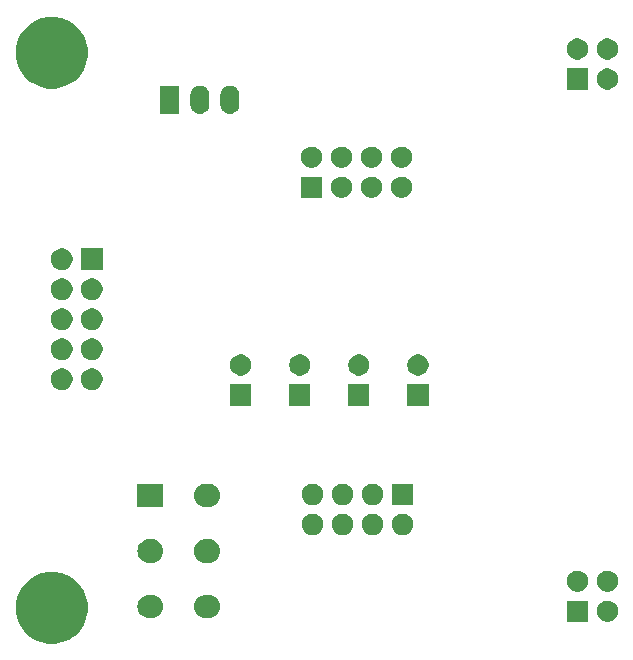
<source format=gbr>
G04 #@! TF.GenerationSoftware,KiCad,Pcbnew,(5.1.5-0-10_14)*
G04 #@! TF.CreationDate,2020-09-28T20:16:59+02:00*
G04 #@! TF.ProjectId,max_power,6d61785f-706f-4776-9572-2e6b69636164,rev?*
G04 #@! TF.SameCoordinates,Original*
G04 #@! TF.FileFunction,Soldermask,Bot*
G04 #@! TF.FilePolarity,Negative*
%FSLAX46Y46*%
G04 Gerber Fmt 4.6, Leading zero omitted, Abs format (unit mm)*
G04 Created by KiCad (PCBNEW (5.1.5-0-10_14)) date 2020-09-28 20:16:59*
%MOMM*%
%LPD*%
G04 APERTURE LIST*
%ADD10C,0.100000*%
G04 APERTURE END LIST*
D10*
G36*
X37889943Y-83066248D02*
G01*
X38445189Y-83296238D01*
X38693347Y-83462052D01*
X38944899Y-83630134D01*
X39369866Y-84055101D01*
X39518440Y-84277458D01*
X39703762Y-84554811D01*
X39933752Y-85110057D01*
X40051000Y-85699501D01*
X40051000Y-86300499D01*
X39933752Y-86889943D01*
X39703762Y-87445189D01*
X39703761Y-87445190D01*
X39369866Y-87944899D01*
X38944899Y-88369866D01*
X38804573Y-88463629D01*
X38445189Y-88703762D01*
X37889943Y-88933752D01*
X37300499Y-89051000D01*
X36699501Y-89051000D01*
X36110057Y-88933752D01*
X35554811Y-88703762D01*
X35195427Y-88463629D01*
X35055101Y-88369866D01*
X34630134Y-87944899D01*
X34296239Y-87445190D01*
X34296238Y-87445189D01*
X34066248Y-86889943D01*
X33949000Y-86300499D01*
X33949000Y-85699501D01*
X34066248Y-85110057D01*
X34296238Y-84554811D01*
X34481560Y-84277458D01*
X34630134Y-84055101D01*
X35055101Y-83630134D01*
X35306653Y-83462052D01*
X35554811Y-83296238D01*
X36110057Y-83066248D01*
X36699501Y-82949000D01*
X37300499Y-82949000D01*
X37889943Y-83066248D01*
G37*
G36*
X84153512Y-85403927D02*
G01*
X84302812Y-85433624D01*
X84466784Y-85501544D01*
X84614354Y-85600147D01*
X84739853Y-85725646D01*
X84838456Y-85873216D01*
X84906376Y-86037188D01*
X84941000Y-86211259D01*
X84941000Y-86388741D01*
X84906376Y-86562812D01*
X84838456Y-86726784D01*
X84739853Y-86874354D01*
X84614354Y-86999853D01*
X84466784Y-87098456D01*
X84302812Y-87166376D01*
X84153512Y-87196073D01*
X84128742Y-87201000D01*
X83951258Y-87201000D01*
X83926488Y-87196073D01*
X83777188Y-87166376D01*
X83613216Y-87098456D01*
X83465646Y-86999853D01*
X83340147Y-86874354D01*
X83241544Y-86726784D01*
X83173624Y-86562812D01*
X83139000Y-86388741D01*
X83139000Y-86211259D01*
X83173624Y-86037188D01*
X83241544Y-85873216D01*
X83340147Y-85725646D01*
X83465646Y-85600147D01*
X83613216Y-85501544D01*
X83777188Y-85433624D01*
X83926488Y-85403927D01*
X83951258Y-85399000D01*
X84128742Y-85399000D01*
X84153512Y-85403927D01*
G37*
G36*
X82401000Y-87201000D02*
G01*
X80599000Y-87201000D01*
X80599000Y-85399000D01*
X82401000Y-85399000D01*
X82401000Y-87201000D01*
G37*
G36*
X50446228Y-84913483D02*
G01*
X50634922Y-84970723D01*
X50808815Y-85063671D01*
X50961239Y-85188761D01*
X51086329Y-85341185D01*
X51179277Y-85515078D01*
X51236517Y-85703772D01*
X51255843Y-85900000D01*
X51236517Y-86096228D01*
X51179277Y-86284922D01*
X51086329Y-86458815D01*
X50961239Y-86611239D01*
X50808815Y-86736329D01*
X50634922Y-86829277D01*
X50446228Y-86886517D01*
X50299175Y-86901000D01*
X50000825Y-86901000D01*
X49853772Y-86886517D01*
X49665078Y-86829277D01*
X49491185Y-86736329D01*
X49338761Y-86611239D01*
X49213671Y-86458815D01*
X49120723Y-86284922D01*
X49063483Y-86096228D01*
X49044157Y-85900000D01*
X49063483Y-85703772D01*
X49120723Y-85515078D01*
X49213671Y-85341185D01*
X49338761Y-85188761D01*
X49491185Y-85063671D01*
X49665078Y-84970723D01*
X49853772Y-84913483D01*
X50000825Y-84899000D01*
X50299175Y-84899000D01*
X50446228Y-84913483D01*
G37*
G36*
X45646228Y-84913483D02*
G01*
X45834922Y-84970723D01*
X46008815Y-85063671D01*
X46161239Y-85188761D01*
X46286329Y-85341185D01*
X46379277Y-85515078D01*
X46436517Y-85703772D01*
X46455843Y-85900000D01*
X46436517Y-86096228D01*
X46379277Y-86284922D01*
X46286329Y-86458815D01*
X46161239Y-86611239D01*
X46008815Y-86736329D01*
X45834922Y-86829277D01*
X45646228Y-86886517D01*
X45499175Y-86901000D01*
X45200825Y-86901000D01*
X45053772Y-86886517D01*
X44865078Y-86829277D01*
X44691185Y-86736329D01*
X44538761Y-86611239D01*
X44413671Y-86458815D01*
X44320723Y-86284922D01*
X44263483Y-86096228D01*
X44244157Y-85900000D01*
X44263483Y-85703772D01*
X44320723Y-85515078D01*
X44413671Y-85341185D01*
X44538761Y-85188761D01*
X44691185Y-85063671D01*
X44865078Y-84970723D01*
X45053772Y-84913483D01*
X45200825Y-84899000D01*
X45499175Y-84899000D01*
X45646228Y-84913483D01*
G37*
G36*
X84153512Y-82863927D02*
G01*
X84302812Y-82893624D01*
X84466784Y-82961544D01*
X84614354Y-83060147D01*
X84739853Y-83185646D01*
X84838456Y-83333216D01*
X84906376Y-83497188D01*
X84941000Y-83671259D01*
X84941000Y-83848741D01*
X84906376Y-84022812D01*
X84838456Y-84186784D01*
X84739853Y-84334354D01*
X84614354Y-84459853D01*
X84466784Y-84558456D01*
X84302812Y-84626376D01*
X84153512Y-84656073D01*
X84128742Y-84661000D01*
X83951258Y-84661000D01*
X83926488Y-84656073D01*
X83777188Y-84626376D01*
X83613216Y-84558456D01*
X83465646Y-84459853D01*
X83340147Y-84334354D01*
X83241544Y-84186784D01*
X83173624Y-84022812D01*
X83139000Y-83848741D01*
X83139000Y-83671259D01*
X83173624Y-83497188D01*
X83241544Y-83333216D01*
X83340147Y-83185646D01*
X83465646Y-83060147D01*
X83613216Y-82961544D01*
X83777188Y-82893624D01*
X83926488Y-82863927D01*
X83951258Y-82859000D01*
X84128742Y-82859000D01*
X84153512Y-82863927D01*
G37*
G36*
X81613512Y-82863927D02*
G01*
X81762812Y-82893624D01*
X81926784Y-82961544D01*
X82074354Y-83060147D01*
X82199853Y-83185646D01*
X82298456Y-83333216D01*
X82366376Y-83497188D01*
X82401000Y-83671259D01*
X82401000Y-83848741D01*
X82366376Y-84022812D01*
X82298456Y-84186784D01*
X82199853Y-84334354D01*
X82074354Y-84459853D01*
X81926784Y-84558456D01*
X81762812Y-84626376D01*
X81613512Y-84656073D01*
X81588742Y-84661000D01*
X81411258Y-84661000D01*
X81386488Y-84656073D01*
X81237188Y-84626376D01*
X81073216Y-84558456D01*
X80925646Y-84459853D01*
X80800147Y-84334354D01*
X80701544Y-84186784D01*
X80633624Y-84022812D01*
X80599000Y-83848741D01*
X80599000Y-83671259D01*
X80633624Y-83497188D01*
X80701544Y-83333216D01*
X80800147Y-83185646D01*
X80925646Y-83060147D01*
X81073216Y-82961544D01*
X81237188Y-82893624D01*
X81386488Y-82863927D01*
X81411258Y-82859000D01*
X81588742Y-82859000D01*
X81613512Y-82863927D01*
G37*
G36*
X50446228Y-80213483D02*
G01*
X50634922Y-80270723D01*
X50808815Y-80363671D01*
X50961239Y-80488761D01*
X51086329Y-80641185D01*
X51179277Y-80815078D01*
X51236517Y-81003772D01*
X51255843Y-81200000D01*
X51236517Y-81396228D01*
X51179277Y-81584922D01*
X51086329Y-81758815D01*
X50961239Y-81911239D01*
X50808815Y-82036329D01*
X50634922Y-82129277D01*
X50446228Y-82186517D01*
X50299175Y-82201000D01*
X50000825Y-82201000D01*
X49853772Y-82186517D01*
X49665078Y-82129277D01*
X49491185Y-82036329D01*
X49338761Y-81911239D01*
X49213671Y-81758815D01*
X49120723Y-81584922D01*
X49063483Y-81396228D01*
X49044157Y-81200000D01*
X49063483Y-81003772D01*
X49120723Y-80815078D01*
X49213671Y-80641185D01*
X49338761Y-80488761D01*
X49491185Y-80363671D01*
X49665078Y-80270723D01*
X49853772Y-80213483D01*
X50000825Y-80199000D01*
X50299175Y-80199000D01*
X50446228Y-80213483D01*
G37*
G36*
X45646228Y-80213483D02*
G01*
X45834922Y-80270723D01*
X46008815Y-80363671D01*
X46161239Y-80488761D01*
X46286329Y-80641185D01*
X46379277Y-80815078D01*
X46436517Y-81003772D01*
X46455843Y-81200000D01*
X46436517Y-81396228D01*
X46379277Y-81584922D01*
X46286329Y-81758815D01*
X46161239Y-81911239D01*
X46008815Y-82036329D01*
X45834922Y-82129277D01*
X45646228Y-82186517D01*
X45499175Y-82201000D01*
X45200825Y-82201000D01*
X45053772Y-82186517D01*
X44865078Y-82129277D01*
X44691185Y-82036329D01*
X44538761Y-81911239D01*
X44413671Y-81758815D01*
X44320723Y-81584922D01*
X44263483Y-81396228D01*
X44244157Y-81200000D01*
X44263483Y-81003772D01*
X44320723Y-80815078D01*
X44413671Y-80641185D01*
X44538761Y-80488761D01*
X44691185Y-80363671D01*
X44865078Y-80270723D01*
X45053772Y-80213483D01*
X45200825Y-80199000D01*
X45499175Y-80199000D01*
X45646228Y-80213483D01*
G37*
G36*
X59193512Y-78043927D02*
G01*
X59342812Y-78073624D01*
X59506784Y-78141544D01*
X59654354Y-78240147D01*
X59779853Y-78365646D01*
X59878456Y-78513216D01*
X59946376Y-78677188D01*
X59981000Y-78851259D01*
X59981000Y-79028741D01*
X59946376Y-79202812D01*
X59878456Y-79366784D01*
X59779853Y-79514354D01*
X59654354Y-79639853D01*
X59506784Y-79738456D01*
X59342812Y-79806376D01*
X59193512Y-79836073D01*
X59168742Y-79841000D01*
X58991258Y-79841000D01*
X58966488Y-79836073D01*
X58817188Y-79806376D01*
X58653216Y-79738456D01*
X58505646Y-79639853D01*
X58380147Y-79514354D01*
X58281544Y-79366784D01*
X58213624Y-79202812D01*
X58179000Y-79028741D01*
X58179000Y-78851259D01*
X58213624Y-78677188D01*
X58281544Y-78513216D01*
X58380147Y-78365646D01*
X58505646Y-78240147D01*
X58653216Y-78141544D01*
X58817188Y-78073624D01*
X58966488Y-78043927D01*
X58991258Y-78039000D01*
X59168742Y-78039000D01*
X59193512Y-78043927D01*
G37*
G36*
X61733512Y-78043927D02*
G01*
X61882812Y-78073624D01*
X62046784Y-78141544D01*
X62194354Y-78240147D01*
X62319853Y-78365646D01*
X62418456Y-78513216D01*
X62486376Y-78677188D01*
X62521000Y-78851259D01*
X62521000Y-79028741D01*
X62486376Y-79202812D01*
X62418456Y-79366784D01*
X62319853Y-79514354D01*
X62194354Y-79639853D01*
X62046784Y-79738456D01*
X61882812Y-79806376D01*
X61733512Y-79836073D01*
X61708742Y-79841000D01*
X61531258Y-79841000D01*
X61506488Y-79836073D01*
X61357188Y-79806376D01*
X61193216Y-79738456D01*
X61045646Y-79639853D01*
X60920147Y-79514354D01*
X60821544Y-79366784D01*
X60753624Y-79202812D01*
X60719000Y-79028741D01*
X60719000Y-78851259D01*
X60753624Y-78677188D01*
X60821544Y-78513216D01*
X60920147Y-78365646D01*
X61045646Y-78240147D01*
X61193216Y-78141544D01*
X61357188Y-78073624D01*
X61506488Y-78043927D01*
X61531258Y-78039000D01*
X61708742Y-78039000D01*
X61733512Y-78043927D01*
G37*
G36*
X64273512Y-78043927D02*
G01*
X64422812Y-78073624D01*
X64586784Y-78141544D01*
X64734354Y-78240147D01*
X64859853Y-78365646D01*
X64958456Y-78513216D01*
X65026376Y-78677188D01*
X65061000Y-78851259D01*
X65061000Y-79028741D01*
X65026376Y-79202812D01*
X64958456Y-79366784D01*
X64859853Y-79514354D01*
X64734354Y-79639853D01*
X64586784Y-79738456D01*
X64422812Y-79806376D01*
X64273512Y-79836073D01*
X64248742Y-79841000D01*
X64071258Y-79841000D01*
X64046488Y-79836073D01*
X63897188Y-79806376D01*
X63733216Y-79738456D01*
X63585646Y-79639853D01*
X63460147Y-79514354D01*
X63361544Y-79366784D01*
X63293624Y-79202812D01*
X63259000Y-79028741D01*
X63259000Y-78851259D01*
X63293624Y-78677188D01*
X63361544Y-78513216D01*
X63460147Y-78365646D01*
X63585646Y-78240147D01*
X63733216Y-78141544D01*
X63897188Y-78073624D01*
X64046488Y-78043927D01*
X64071258Y-78039000D01*
X64248742Y-78039000D01*
X64273512Y-78043927D01*
G37*
G36*
X66813512Y-78043927D02*
G01*
X66962812Y-78073624D01*
X67126784Y-78141544D01*
X67274354Y-78240147D01*
X67399853Y-78365646D01*
X67498456Y-78513216D01*
X67566376Y-78677188D01*
X67601000Y-78851259D01*
X67601000Y-79028741D01*
X67566376Y-79202812D01*
X67498456Y-79366784D01*
X67399853Y-79514354D01*
X67274354Y-79639853D01*
X67126784Y-79738456D01*
X66962812Y-79806376D01*
X66813512Y-79836073D01*
X66788742Y-79841000D01*
X66611258Y-79841000D01*
X66586488Y-79836073D01*
X66437188Y-79806376D01*
X66273216Y-79738456D01*
X66125646Y-79639853D01*
X66000147Y-79514354D01*
X65901544Y-79366784D01*
X65833624Y-79202812D01*
X65799000Y-79028741D01*
X65799000Y-78851259D01*
X65833624Y-78677188D01*
X65901544Y-78513216D01*
X66000147Y-78365646D01*
X66125646Y-78240147D01*
X66273216Y-78141544D01*
X66437188Y-78073624D01*
X66586488Y-78043927D01*
X66611258Y-78039000D01*
X66788742Y-78039000D01*
X66813512Y-78043927D01*
G37*
G36*
X50446228Y-75513483D02*
G01*
X50634922Y-75570723D01*
X50808815Y-75663671D01*
X50961239Y-75788761D01*
X51086329Y-75941185D01*
X51179277Y-76115078D01*
X51236517Y-76303772D01*
X51255843Y-76500000D01*
X51236517Y-76696228D01*
X51179277Y-76884922D01*
X51086329Y-77058815D01*
X50961239Y-77211239D01*
X50808815Y-77336329D01*
X50634922Y-77429277D01*
X50446228Y-77486517D01*
X50299175Y-77501000D01*
X50000825Y-77501000D01*
X49853772Y-77486517D01*
X49665078Y-77429277D01*
X49491185Y-77336329D01*
X49338761Y-77211239D01*
X49213671Y-77058815D01*
X49120723Y-76884922D01*
X49063483Y-76696228D01*
X49044157Y-76500000D01*
X49063483Y-76303772D01*
X49120723Y-76115078D01*
X49213671Y-75941185D01*
X49338761Y-75788761D01*
X49491185Y-75663671D01*
X49665078Y-75570723D01*
X49853772Y-75513483D01*
X50000825Y-75499000D01*
X50299175Y-75499000D01*
X50446228Y-75513483D01*
G37*
G36*
X46451000Y-77501000D02*
G01*
X44249000Y-77501000D01*
X44249000Y-75499000D01*
X46451000Y-75499000D01*
X46451000Y-77501000D01*
G37*
G36*
X61733512Y-75503927D02*
G01*
X61882812Y-75533624D01*
X62046784Y-75601544D01*
X62194354Y-75700147D01*
X62319853Y-75825646D01*
X62418456Y-75973216D01*
X62486376Y-76137188D01*
X62516073Y-76286488D01*
X62519511Y-76303770D01*
X62521000Y-76311259D01*
X62521000Y-76488741D01*
X62486376Y-76662812D01*
X62418456Y-76826784D01*
X62319853Y-76974354D01*
X62194354Y-77099853D01*
X62046784Y-77198456D01*
X61882812Y-77266376D01*
X61733512Y-77296073D01*
X61708742Y-77301000D01*
X61531258Y-77301000D01*
X61506488Y-77296073D01*
X61357188Y-77266376D01*
X61193216Y-77198456D01*
X61045646Y-77099853D01*
X60920147Y-76974354D01*
X60821544Y-76826784D01*
X60753624Y-76662812D01*
X60719000Y-76488741D01*
X60719000Y-76311259D01*
X60720490Y-76303770D01*
X60723927Y-76286488D01*
X60753624Y-76137188D01*
X60821544Y-75973216D01*
X60920147Y-75825646D01*
X61045646Y-75700147D01*
X61193216Y-75601544D01*
X61357188Y-75533624D01*
X61506488Y-75503927D01*
X61531258Y-75499000D01*
X61708742Y-75499000D01*
X61733512Y-75503927D01*
G37*
G36*
X67601000Y-77301000D02*
G01*
X65799000Y-77301000D01*
X65799000Y-75499000D01*
X67601000Y-75499000D01*
X67601000Y-77301000D01*
G37*
G36*
X64273512Y-75503927D02*
G01*
X64422812Y-75533624D01*
X64586784Y-75601544D01*
X64734354Y-75700147D01*
X64859853Y-75825646D01*
X64958456Y-75973216D01*
X65026376Y-76137188D01*
X65056073Y-76286488D01*
X65059511Y-76303770D01*
X65061000Y-76311259D01*
X65061000Y-76488741D01*
X65026376Y-76662812D01*
X64958456Y-76826784D01*
X64859853Y-76974354D01*
X64734354Y-77099853D01*
X64586784Y-77198456D01*
X64422812Y-77266376D01*
X64273512Y-77296073D01*
X64248742Y-77301000D01*
X64071258Y-77301000D01*
X64046488Y-77296073D01*
X63897188Y-77266376D01*
X63733216Y-77198456D01*
X63585646Y-77099853D01*
X63460147Y-76974354D01*
X63361544Y-76826784D01*
X63293624Y-76662812D01*
X63259000Y-76488741D01*
X63259000Y-76311259D01*
X63260490Y-76303770D01*
X63263927Y-76286488D01*
X63293624Y-76137188D01*
X63361544Y-75973216D01*
X63460147Y-75825646D01*
X63585646Y-75700147D01*
X63733216Y-75601544D01*
X63897188Y-75533624D01*
X64046488Y-75503927D01*
X64071258Y-75499000D01*
X64248742Y-75499000D01*
X64273512Y-75503927D01*
G37*
G36*
X59193512Y-75503927D02*
G01*
X59342812Y-75533624D01*
X59506784Y-75601544D01*
X59654354Y-75700147D01*
X59779853Y-75825646D01*
X59878456Y-75973216D01*
X59946376Y-76137188D01*
X59976073Y-76286488D01*
X59979511Y-76303770D01*
X59981000Y-76311259D01*
X59981000Y-76488741D01*
X59946376Y-76662812D01*
X59878456Y-76826784D01*
X59779853Y-76974354D01*
X59654354Y-77099853D01*
X59506784Y-77198456D01*
X59342812Y-77266376D01*
X59193512Y-77296073D01*
X59168742Y-77301000D01*
X58991258Y-77301000D01*
X58966488Y-77296073D01*
X58817188Y-77266376D01*
X58653216Y-77198456D01*
X58505646Y-77099853D01*
X58380147Y-76974354D01*
X58281544Y-76826784D01*
X58213624Y-76662812D01*
X58179000Y-76488741D01*
X58179000Y-76311259D01*
X58180490Y-76303770D01*
X58183927Y-76286488D01*
X58213624Y-76137188D01*
X58281544Y-75973216D01*
X58380147Y-75825646D01*
X58505646Y-75700147D01*
X58653216Y-75601544D01*
X58817188Y-75533624D01*
X58966488Y-75503927D01*
X58991258Y-75499000D01*
X59168742Y-75499000D01*
X59193512Y-75503927D01*
G37*
G36*
X68901000Y-68901000D02*
G01*
X67099000Y-68901000D01*
X67099000Y-67099000D01*
X68901000Y-67099000D01*
X68901000Y-68901000D01*
G37*
G36*
X63901000Y-68901000D02*
G01*
X62099000Y-68901000D01*
X62099000Y-67099000D01*
X63901000Y-67099000D01*
X63901000Y-68901000D01*
G37*
G36*
X53901000Y-68901000D02*
G01*
X52099000Y-68901000D01*
X52099000Y-67099000D01*
X53901000Y-67099000D01*
X53901000Y-68901000D01*
G37*
G36*
X58901000Y-68901000D02*
G01*
X57099000Y-68901000D01*
X57099000Y-67099000D01*
X58901000Y-67099000D01*
X58901000Y-68901000D01*
G37*
G36*
X38126778Y-65780547D02*
G01*
X38293224Y-65849491D01*
X38443022Y-65949583D01*
X38570417Y-66076978D01*
X38670509Y-66226776D01*
X38739453Y-66393222D01*
X38774600Y-66569918D01*
X38774600Y-66750082D01*
X38739453Y-66926778D01*
X38670509Y-67093224D01*
X38570417Y-67243022D01*
X38443022Y-67370417D01*
X38293224Y-67470509D01*
X38126778Y-67539453D01*
X37950082Y-67574600D01*
X37769918Y-67574600D01*
X37593222Y-67539453D01*
X37426776Y-67470509D01*
X37276978Y-67370417D01*
X37149583Y-67243022D01*
X37049491Y-67093224D01*
X36980547Y-66926778D01*
X36945400Y-66750082D01*
X36945400Y-66569918D01*
X36980547Y-66393222D01*
X37049491Y-66226776D01*
X37149583Y-66076978D01*
X37276978Y-65949583D01*
X37426776Y-65849491D01*
X37593222Y-65780547D01*
X37769918Y-65745400D01*
X37950082Y-65745400D01*
X38126778Y-65780547D01*
G37*
G36*
X40666778Y-65780547D02*
G01*
X40833224Y-65849491D01*
X40983022Y-65949583D01*
X41110417Y-66076978D01*
X41210509Y-66226776D01*
X41279453Y-66393222D01*
X41314600Y-66569918D01*
X41314600Y-66750082D01*
X41279453Y-66926778D01*
X41210509Y-67093224D01*
X41110417Y-67243022D01*
X40983022Y-67370417D01*
X40833224Y-67470509D01*
X40666778Y-67539453D01*
X40490082Y-67574600D01*
X40309918Y-67574600D01*
X40133222Y-67539453D01*
X39966776Y-67470509D01*
X39816978Y-67370417D01*
X39689583Y-67243022D01*
X39589491Y-67093224D01*
X39520547Y-66926778D01*
X39485400Y-66750082D01*
X39485400Y-66569918D01*
X39520547Y-66393222D01*
X39589491Y-66226776D01*
X39689583Y-66076978D01*
X39816978Y-65949583D01*
X39966776Y-65849491D01*
X40133222Y-65780547D01*
X40309918Y-65745400D01*
X40490082Y-65745400D01*
X40666778Y-65780547D01*
G37*
G36*
X63113512Y-64563927D02*
G01*
X63262812Y-64593624D01*
X63426784Y-64661544D01*
X63574354Y-64760147D01*
X63699853Y-64885646D01*
X63798456Y-65033216D01*
X63866376Y-65197188D01*
X63901000Y-65371259D01*
X63901000Y-65548741D01*
X63866376Y-65722812D01*
X63798456Y-65886784D01*
X63699853Y-66034354D01*
X63574354Y-66159853D01*
X63426784Y-66258456D01*
X63262812Y-66326376D01*
X63113512Y-66356073D01*
X63088742Y-66361000D01*
X62911258Y-66361000D01*
X62886488Y-66356073D01*
X62737188Y-66326376D01*
X62573216Y-66258456D01*
X62425646Y-66159853D01*
X62300147Y-66034354D01*
X62201544Y-65886784D01*
X62133624Y-65722812D01*
X62099000Y-65548741D01*
X62099000Y-65371259D01*
X62133624Y-65197188D01*
X62201544Y-65033216D01*
X62300147Y-64885646D01*
X62425646Y-64760147D01*
X62573216Y-64661544D01*
X62737188Y-64593624D01*
X62886488Y-64563927D01*
X62911258Y-64559000D01*
X63088742Y-64559000D01*
X63113512Y-64563927D01*
G37*
G36*
X68113512Y-64563927D02*
G01*
X68262812Y-64593624D01*
X68426784Y-64661544D01*
X68574354Y-64760147D01*
X68699853Y-64885646D01*
X68798456Y-65033216D01*
X68866376Y-65197188D01*
X68901000Y-65371259D01*
X68901000Y-65548741D01*
X68866376Y-65722812D01*
X68798456Y-65886784D01*
X68699853Y-66034354D01*
X68574354Y-66159853D01*
X68426784Y-66258456D01*
X68262812Y-66326376D01*
X68113512Y-66356073D01*
X68088742Y-66361000D01*
X67911258Y-66361000D01*
X67886488Y-66356073D01*
X67737188Y-66326376D01*
X67573216Y-66258456D01*
X67425646Y-66159853D01*
X67300147Y-66034354D01*
X67201544Y-65886784D01*
X67133624Y-65722812D01*
X67099000Y-65548741D01*
X67099000Y-65371259D01*
X67133624Y-65197188D01*
X67201544Y-65033216D01*
X67300147Y-64885646D01*
X67425646Y-64760147D01*
X67573216Y-64661544D01*
X67737188Y-64593624D01*
X67886488Y-64563927D01*
X67911258Y-64559000D01*
X68088742Y-64559000D01*
X68113512Y-64563927D01*
G37*
G36*
X53113512Y-64563927D02*
G01*
X53262812Y-64593624D01*
X53426784Y-64661544D01*
X53574354Y-64760147D01*
X53699853Y-64885646D01*
X53798456Y-65033216D01*
X53866376Y-65197188D01*
X53901000Y-65371259D01*
X53901000Y-65548741D01*
X53866376Y-65722812D01*
X53798456Y-65886784D01*
X53699853Y-66034354D01*
X53574354Y-66159853D01*
X53426784Y-66258456D01*
X53262812Y-66326376D01*
X53113512Y-66356073D01*
X53088742Y-66361000D01*
X52911258Y-66361000D01*
X52886488Y-66356073D01*
X52737188Y-66326376D01*
X52573216Y-66258456D01*
X52425646Y-66159853D01*
X52300147Y-66034354D01*
X52201544Y-65886784D01*
X52133624Y-65722812D01*
X52099000Y-65548741D01*
X52099000Y-65371259D01*
X52133624Y-65197188D01*
X52201544Y-65033216D01*
X52300147Y-64885646D01*
X52425646Y-64760147D01*
X52573216Y-64661544D01*
X52737188Y-64593624D01*
X52886488Y-64563927D01*
X52911258Y-64559000D01*
X53088742Y-64559000D01*
X53113512Y-64563927D01*
G37*
G36*
X58113512Y-64563927D02*
G01*
X58262812Y-64593624D01*
X58426784Y-64661544D01*
X58574354Y-64760147D01*
X58699853Y-64885646D01*
X58798456Y-65033216D01*
X58866376Y-65197188D01*
X58901000Y-65371259D01*
X58901000Y-65548741D01*
X58866376Y-65722812D01*
X58798456Y-65886784D01*
X58699853Y-66034354D01*
X58574354Y-66159853D01*
X58426784Y-66258456D01*
X58262812Y-66326376D01*
X58113512Y-66356073D01*
X58088742Y-66361000D01*
X57911258Y-66361000D01*
X57886488Y-66356073D01*
X57737188Y-66326376D01*
X57573216Y-66258456D01*
X57425646Y-66159853D01*
X57300147Y-66034354D01*
X57201544Y-65886784D01*
X57133624Y-65722812D01*
X57099000Y-65548741D01*
X57099000Y-65371259D01*
X57133624Y-65197188D01*
X57201544Y-65033216D01*
X57300147Y-64885646D01*
X57425646Y-64760147D01*
X57573216Y-64661544D01*
X57737188Y-64593624D01*
X57886488Y-64563927D01*
X57911258Y-64559000D01*
X58088742Y-64559000D01*
X58113512Y-64563927D01*
G37*
G36*
X40666778Y-63240547D02*
G01*
X40833224Y-63309491D01*
X40983022Y-63409583D01*
X41110417Y-63536978D01*
X41210509Y-63686776D01*
X41279453Y-63853222D01*
X41314600Y-64029918D01*
X41314600Y-64210082D01*
X41279453Y-64386778D01*
X41210509Y-64553224D01*
X41110417Y-64703022D01*
X40983022Y-64830417D01*
X40833224Y-64930509D01*
X40666778Y-64999453D01*
X40490082Y-65034600D01*
X40309918Y-65034600D01*
X40133222Y-64999453D01*
X39966776Y-64930509D01*
X39816978Y-64830417D01*
X39689583Y-64703022D01*
X39589491Y-64553224D01*
X39520547Y-64386778D01*
X39485400Y-64210082D01*
X39485400Y-64029918D01*
X39520547Y-63853222D01*
X39589491Y-63686776D01*
X39689583Y-63536978D01*
X39816978Y-63409583D01*
X39966776Y-63309491D01*
X40133222Y-63240547D01*
X40309918Y-63205400D01*
X40490082Y-63205400D01*
X40666778Y-63240547D01*
G37*
G36*
X38126778Y-63240547D02*
G01*
X38293224Y-63309491D01*
X38443022Y-63409583D01*
X38570417Y-63536978D01*
X38670509Y-63686776D01*
X38739453Y-63853222D01*
X38774600Y-64029918D01*
X38774600Y-64210082D01*
X38739453Y-64386778D01*
X38670509Y-64553224D01*
X38570417Y-64703022D01*
X38443022Y-64830417D01*
X38293224Y-64930509D01*
X38126778Y-64999453D01*
X37950082Y-65034600D01*
X37769918Y-65034600D01*
X37593222Y-64999453D01*
X37426776Y-64930509D01*
X37276978Y-64830417D01*
X37149583Y-64703022D01*
X37049491Y-64553224D01*
X36980547Y-64386778D01*
X36945400Y-64210082D01*
X36945400Y-64029918D01*
X36980547Y-63853222D01*
X37049491Y-63686776D01*
X37149583Y-63536978D01*
X37276978Y-63409583D01*
X37426776Y-63309491D01*
X37593222Y-63240547D01*
X37769918Y-63205400D01*
X37950082Y-63205400D01*
X38126778Y-63240547D01*
G37*
G36*
X40666778Y-60700547D02*
G01*
X40833224Y-60769491D01*
X40983022Y-60869583D01*
X41110417Y-60996978D01*
X41210509Y-61146776D01*
X41279453Y-61313222D01*
X41314600Y-61489918D01*
X41314600Y-61670082D01*
X41279453Y-61846778D01*
X41210509Y-62013224D01*
X41110417Y-62163022D01*
X40983022Y-62290417D01*
X40833224Y-62390509D01*
X40666778Y-62459453D01*
X40490082Y-62494600D01*
X40309918Y-62494600D01*
X40133222Y-62459453D01*
X39966776Y-62390509D01*
X39816978Y-62290417D01*
X39689583Y-62163022D01*
X39589491Y-62013224D01*
X39520547Y-61846778D01*
X39485400Y-61670082D01*
X39485400Y-61489918D01*
X39520547Y-61313222D01*
X39589491Y-61146776D01*
X39689583Y-60996978D01*
X39816978Y-60869583D01*
X39966776Y-60769491D01*
X40133222Y-60700547D01*
X40309918Y-60665400D01*
X40490082Y-60665400D01*
X40666778Y-60700547D01*
G37*
G36*
X38126778Y-60700547D02*
G01*
X38293224Y-60769491D01*
X38443022Y-60869583D01*
X38570417Y-60996978D01*
X38670509Y-61146776D01*
X38739453Y-61313222D01*
X38774600Y-61489918D01*
X38774600Y-61670082D01*
X38739453Y-61846778D01*
X38670509Y-62013224D01*
X38570417Y-62163022D01*
X38443022Y-62290417D01*
X38293224Y-62390509D01*
X38126778Y-62459453D01*
X37950082Y-62494600D01*
X37769918Y-62494600D01*
X37593222Y-62459453D01*
X37426776Y-62390509D01*
X37276978Y-62290417D01*
X37149583Y-62163022D01*
X37049491Y-62013224D01*
X36980547Y-61846778D01*
X36945400Y-61670082D01*
X36945400Y-61489918D01*
X36980547Y-61313222D01*
X37049491Y-61146776D01*
X37149583Y-60996978D01*
X37276978Y-60869583D01*
X37426776Y-60769491D01*
X37593222Y-60700547D01*
X37769918Y-60665400D01*
X37950082Y-60665400D01*
X38126778Y-60700547D01*
G37*
G36*
X40666778Y-58160547D02*
G01*
X40833224Y-58229491D01*
X40983022Y-58329583D01*
X41110417Y-58456978D01*
X41210509Y-58606776D01*
X41279453Y-58773222D01*
X41314600Y-58949918D01*
X41314600Y-59130082D01*
X41279453Y-59306778D01*
X41210509Y-59473224D01*
X41110417Y-59623022D01*
X40983022Y-59750417D01*
X40833224Y-59850509D01*
X40666778Y-59919453D01*
X40490082Y-59954600D01*
X40309918Y-59954600D01*
X40133222Y-59919453D01*
X39966776Y-59850509D01*
X39816978Y-59750417D01*
X39689583Y-59623022D01*
X39589491Y-59473224D01*
X39520547Y-59306778D01*
X39485400Y-59130082D01*
X39485400Y-58949918D01*
X39520547Y-58773222D01*
X39589491Y-58606776D01*
X39689583Y-58456978D01*
X39816978Y-58329583D01*
X39966776Y-58229491D01*
X40133222Y-58160547D01*
X40309918Y-58125400D01*
X40490082Y-58125400D01*
X40666778Y-58160547D01*
G37*
G36*
X38126778Y-58160547D02*
G01*
X38293224Y-58229491D01*
X38443022Y-58329583D01*
X38570417Y-58456978D01*
X38670509Y-58606776D01*
X38739453Y-58773222D01*
X38774600Y-58949918D01*
X38774600Y-59130082D01*
X38739453Y-59306778D01*
X38670509Y-59473224D01*
X38570417Y-59623022D01*
X38443022Y-59750417D01*
X38293224Y-59850509D01*
X38126778Y-59919453D01*
X37950082Y-59954600D01*
X37769918Y-59954600D01*
X37593222Y-59919453D01*
X37426776Y-59850509D01*
X37276978Y-59750417D01*
X37149583Y-59623022D01*
X37049491Y-59473224D01*
X36980547Y-59306778D01*
X36945400Y-59130082D01*
X36945400Y-58949918D01*
X36980547Y-58773222D01*
X37049491Y-58606776D01*
X37149583Y-58456978D01*
X37276978Y-58329583D01*
X37426776Y-58229491D01*
X37593222Y-58160547D01*
X37769918Y-58125400D01*
X37950082Y-58125400D01*
X38126778Y-58160547D01*
G37*
G36*
X38126778Y-55620547D02*
G01*
X38293224Y-55689491D01*
X38443022Y-55789583D01*
X38570417Y-55916978D01*
X38670509Y-56066776D01*
X38739453Y-56233222D01*
X38774600Y-56409918D01*
X38774600Y-56590082D01*
X38739453Y-56766778D01*
X38670509Y-56933224D01*
X38570417Y-57083022D01*
X38443022Y-57210417D01*
X38293224Y-57310509D01*
X38126778Y-57379453D01*
X37950082Y-57414600D01*
X37769918Y-57414600D01*
X37593222Y-57379453D01*
X37426776Y-57310509D01*
X37276978Y-57210417D01*
X37149583Y-57083022D01*
X37049491Y-56933224D01*
X36980547Y-56766778D01*
X36945400Y-56590082D01*
X36945400Y-56409918D01*
X36980547Y-56233222D01*
X37049491Y-56066776D01*
X37149583Y-55916978D01*
X37276978Y-55789583D01*
X37426776Y-55689491D01*
X37593222Y-55620547D01*
X37769918Y-55585400D01*
X37950082Y-55585400D01*
X38126778Y-55620547D01*
G37*
G36*
X41314600Y-57414600D02*
G01*
X39485400Y-57414600D01*
X39485400Y-55585400D01*
X41314600Y-55585400D01*
X41314600Y-57414600D01*
G37*
G36*
X66733512Y-49503927D02*
G01*
X66882812Y-49533624D01*
X67046784Y-49601544D01*
X67194354Y-49700147D01*
X67319853Y-49825646D01*
X67418456Y-49973216D01*
X67486376Y-50137188D01*
X67521000Y-50311259D01*
X67521000Y-50488741D01*
X67486376Y-50662812D01*
X67418456Y-50826784D01*
X67319853Y-50974354D01*
X67194354Y-51099853D01*
X67046784Y-51198456D01*
X66882812Y-51266376D01*
X66733512Y-51296073D01*
X66708742Y-51301000D01*
X66531258Y-51301000D01*
X66506488Y-51296073D01*
X66357188Y-51266376D01*
X66193216Y-51198456D01*
X66045646Y-51099853D01*
X65920147Y-50974354D01*
X65821544Y-50826784D01*
X65753624Y-50662812D01*
X65719000Y-50488741D01*
X65719000Y-50311259D01*
X65753624Y-50137188D01*
X65821544Y-49973216D01*
X65920147Y-49825646D01*
X66045646Y-49700147D01*
X66193216Y-49601544D01*
X66357188Y-49533624D01*
X66506488Y-49503927D01*
X66531258Y-49499000D01*
X66708742Y-49499000D01*
X66733512Y-49503927D01*
G37*
G36*
X64193512Y-49503927D02*
G01*
X64342812Y-49533624D01*
X64506784Y-49601544D01*
X64654354Y-49700147D01*
X64779853Y-49825646D01*
X64878456Y-49973216D01*
X64946376Y-50137188D01*
X64981000Y-50311259D01*
X64981000Y-50488741D01*
X64946376Y-50662812D01*
X64878456Y-50826784D01*
X64779853Y-50974354D01*
X64654354Y-51099853D01*
X64506784Y-51198456D01*
X64342812Y-51266376D01*
X64193512Y-51296073D01*
X64168742Y-51301000D01*
X63991258Y-51301000D01*
X63966488Y-51296073D01*
X63817188Y-51266376D01*
X63653216Y-51198456D01*
X63505646Y-51099853D01*
X63380147Y-50974354D01*
X63281544Y-50826784D01*
X63213624Y-50662812D01*
X63179000Y-50488741D01*
X63179000Y-50311259D01*
X63213624Y-50137188D01*
X63281544Y-49973216D01*
X63380147Y-49825646D01*
X63505646Y-49700147D01*
X63653216Y-49601544D01*
X63817188Y-49533624D01*
X63966488Y-49503927D01*
X63991258Y-49499000D01*
X64168742Y-49499000D01*
X64193512Y-49503927D01*
G37*
G36*
X61653512Y-49503927D02*
G01*
X61802812Y-49533624D01*
X61966784Y-49601544D01*
X62114354Y-49700147D01*
X62239853Y-49825646D01*
X62338456Y-49973216D01*
X62406376Y-50137188D01*
X62441000Y-50311259D01*
X62441000Y-50488741D01*
X62406376Y-50662812D01*
X62338456Y-50826784D01*
X62239853Y-50974354D01*
X62114354Y-51099853D01*
X61966784Y-51198456D01*
X61802812Y-51266376D01*
X61653512Y-51296073D01*
X61628742Y-51301000D01*
X61451258Y-51301000D01*
X61426488Y-51296073D01*
X61277188Y-51266376D01*
X61113216Y-51198456D01*
X60965646Y-51099853D01*
X60840147Y-50974354D01*
X60741544Y-50826784D01*
X60673624Y-50662812D01*
X60639000Y-50488741D01*
X60639000Y-50311259D01*
X60673624Y-50137188D01*
X60741544Y-49973216D01*
X60840147Y-49825646D01*
X60965646Y-49700147D01*
X61113216Y-49601544D01*
X61277188Y-49533624D01*
X61426488Y-49503927D01*
X61451258Y-49499000D01*
X61628742Y-49499000D01*
X61653512Y-49503927D01*
G37*
G36*
X59901000Y-51301000D02*
G01*
X58099000Y-51301000D01*
X58099000Y-49499000D01*
X59901000Y-49499000D01*
X59901000Y-51301000D01*
G37*
G36*
X66733512Y-46963927D02*
G01*
X66882812Y-46993624D01*
X67046784Y-47061544D01*
X67194354Y-47160147D01*
X67319853Y-47285646D01*
X67418456Y-47433216D01*
X67486376Y-47597188D01*
X67521000Y-47771259D01*
X67521000Y-47948741D01*
X67486376Y-48122812D01*
X67418456Y-48286784D01*
X67319853Y-48434354D01*
X67194354Y-48559853D01*
X67046784Y-48658456D01*
X66882812Y-48726376D01*
X66733512Y-48756073D01*
X66708742Y-48761000D01*
X66531258Y-48761000D01*
X66506488Y-48756073D01*
X66357188Y-48726376D01*
X66193216Y-48658456D01*
X66045646Y-48559853D01*
X65920147Y-48434354D01*
X65821544Y-48286784D01*
X65753624Y-48122812D01*
X65719000Y-47948741D01*
X65719000Y-47771259D01*
X65753624Y-47597188D01*
X65821544Y-47433216D01*
X65920147Y-47285646D01*
X66045646Y-47160147D01*
X66193216Y-47061544D01*
X66357188Y-46993624D01*
X66506488Y-46963927D01*
X66531258Y-46959000D01*
X66708742Y-46959000D01*
X66733512Y-46963927D01*
G37*
G36*
X64193512Y-46963927D02*
G01*
X64342812Y-46993624D01*
X64506784Y-47061544D01*
X64654354Y-47160147D01*
X64779853Y-47285646D01*
X64878456Y-47433216D01*
X64946376Y-47597188D01*
X64981000Y-47771259D01*
X64981000Y-47948741D01*
X64946376Y-48122812D01*
X64878456Y-48286784D01*
X64779853Y-48434354D01*
X64654354Y-48559853D01*
X64506784Y-48658456D01*
X64342812Y-48726376D01*
X64193512Y-48756073D01*
X64168742Y-48761000D01*
X63991258Y-48761000D01*
X63966488Y-48756073D01*
X63817188Y-48726376D01*
X63653216Y-48658456D01*
X63505646Y-48559853D01*
X63380147Y-48434354D01*
X63281544Y-48286784D01*
X63213624Y-48122812D01*
X63179000Y-47948741D01*
X63179000Y-47771259D01*
X63213624Y-47597188D01*
X63281544Y-47433216D01*
X63380147Y-47285646D01*
X63505646Y-47160147D01*
X63653216Y-47061544D01*
X63817188Y-46993624D01*
X63966488Y-46963927D01*
X63991258Y-46959000D01*
X64168742Y-46959000D01*
X64193512Y-46963927D01*
G37*
G36*
X61653512Y-46963927D02*
G01*
X61802812Y-46993624D01*
X61966784Y-47061544D01*
X62114354Y-47160147D01*
X62239853Y-47285646D01*
X62338456Y-47433216D01*
X62406376Y-47597188D01*
X62441000Y-47771259D01*
X62441000Y-47948741D01*
X62406376Y-48122812D01*
X62338456Y-48286784D01*
X62239853Y-48434354D01*
X62114354Y-48559853D01*
X61966784Y-48658456D01*
X61802812Y-48726376D01*
X61653512Y-48756073D01*
X61628742Y-48761000D01*
X61451258Y-48761000D01*
X61426488Y-48756073D01*
X61277188Y-48726376D01*
X61113216Y-48658456D01*
X60965646Y-48559853D01*
X60840147Y-48434354D01*
X60741544Y-48286784D01*
X60673624Y-48122812D01*
X60639000Y-47948741D01*
X60639000Y-47771259D01*
X60673624Y-47597188D01*
X60741544Y-47433216D01*
X60840147Y-47285646D01*
X60965646Y-47160147D01*
X61113216Y-47061544D01*
X61277188Y-46993624D01*
X61426488Y-46963927D01*
X61451258Y-46959000D01*
X61628742Y-46959000D01*
X61653512Y-46963927D01*
G37*
G36*
X59113512Y-46963927D02*
G01*
X59262812Y-46993624D01*
X59426784Y-47061544D01*
X59574354Y-47160147D01*
X59699853Y-47285646D01*
X59798456Y-47433216D01*
X59866376Y-47597188D01*
X59901000Y-47771259D01*
X59901000Y-47948741D01*
X59866376Y-48122812D01*
X59798456Y-48286784D01*
X59699853Y-48434354D01*
X59574354Y-48559853D01*
X59426784Y-48658456D01*
X59262812Y-48726376D01*
X59113512Y-48756073D01*
X59088742Y-48761000D01*
X58911258Y-48761000D01*
X58886488Y-48756073D01*
X58737188Y-48726376D01*
X58573216Y-48658456D01*
X58425646Y-48559853D01*
X58300147Y-48434354D01*
X58201544Y-48286784D01*
X58133624Y-48122812D01*
X58099000Y-47948741D01*
X58099000Y-47771259D01*
X58133624Y-47597188D01*
X58201544Y-47433216D01*
X58300147Y-47285646D01*
X58425646Y-47160147D01*
X58573216Y-47061544D01*
X58737188Y-46993624D01*
X58886488Y-46963927D01*
X58911258Y-46959000D01*
X59088742Y-46959000D01*
X59113512Y-46963927D01*
G37*
G36*
X52237022Y-41810590D02*
G01*
X52337681Y-41841125D01*
X52388012Y-41856392D01*
X52527164Y-41930771D01*
X52649133Y-42030867D01*
X52711100Y-42106375D01*
X52749229Y-42152835D01*
X52823608Y-42291987D01*
X52838875Y-42342318D01*
X52869410Y-42442977D01*
X52881000Y-42560655D01*
X52881000Y-43439345D01*
X52869410Y-43557023D01*
X52838875Y-43657682D01*
X52823608Y-43708013D01*
X52749229Y-43847165D01*
X52649133Y-43969133D01*
X52527165Y-44069229D01*
X52388013Y-44143608D01*
X52337682Y-44158875D01*
X52237023Y-44189410D01*
X52080000Y-44204875D01*
X51922978Y-44189410D01*
X51822319Y-44158875D01*
X51771988Y-44143608D01*
X51632836Y-44069229D01*
X51510868Y-43969133D01*
X51410772Y-43847165D01*
X51336393Y-43708013D01*
X51321126Y-43657682D01*
X51290591Y-43557023D01*
X51279000Y-43439345D01*
X51279000Y-42560656D01*
X51290590Y-42442978D01*
X51336392Y-42291989D01*
X51336392Y-42291988D01*
X51410771Y-42152836D01*
X51410772Y-42152835D01*
X51510867Y-42030867D01*
X51632835Y-41930771D01*
X51771987Y-41856392D01*
X51822318Y-41841125D01*
X51922977Y-41810590D01*
X52080000Y-41795125D01*
X52237022Y-41810590D01*
G37*
G36*
X49697022Y-41810590D02*
G01*
X49797681Y-41841125D01*
X49848012Y-41856392D01*
X49987164Y-41930771D01*
X50109133Y-42030867D01*
X50171100Y-42106375D01*
X50209229Y-42152835D01*
X50283608Y-42291987D01*
X50298875Y-42342318D01*
X50329410Y-42442977D01*
X50341000Y-42560655D01*
X50341000Y-43439345D01*
X50329410Y-43557023D01*
X50298875Y-43657682D01*
X50283608Y-43708013D01*
X50209229Y-43847165D01*
X50109133Y-43969133D01*
X49987165Y-44069229D01*
X49848013Y-44143608D01*
X49797682Y-44158875D01*
X49697023Y-44189410D01*
X49540000Y-44204875D01*
X49382978Y-44189410D01*
X49282319Y-44158875D01*
X49231988Y-44143608D01*
X49092836Y-44069229D01*
X48970868Y-43969133D01*
X48870772Y-43847165D01*
X48796393Y-43708013D01*
X48781126Y-43657682D01*
X48750591Y-43557023D01*
X48739000Y-43439345D01*
X48739000Y-42560656D01*
X48750590Y-42442978D01*
X48796392Y-42291989D01*
X48796392Y-42291988D01*
X48870771Y-42152836D01*
X48870772Y-42152835D01*
X48970867Y-42030867D01*
X49092835Y-41930771D01*
X49231987Y-41856392D01*
X49282318Y-41841125D01*
X49382977Y-41810590D01*
X49540000Y-41795125D01*
X49697022Y-41810590D01*
G37*
G36*
X47801000Y-44201000D02*
G01*
X46199000Y-44201000D01*
X46199000Y-41799000D01*
X47801000Y-41799000D01*
X47801000Y-44201000D01*
G37*
G36*
X84153512Y-40343927D02*
G01*
X84302812Y-40373624D01*
X84466784Y-40441544D01*
X84614354Y-40540147D01*
X84739853Y-40665646D01*
X84838456Y-40813216D01*
X84906376Y-40977188D01*
X84941000Y-41151259D01*
X84941000Y-41328741D01*
X84906376Y-41502812D01*
X84838456Y-41666784D01*
X84739853Y-41814354D01*
X84614354Y-41939853D01*
X84466784Y-42038456D01*
X84302812Y-42106376D01*
X84153512Y-42136073D01*
X84128742Y-42141000D01*
X83951258Y-42141000D01*
X83926488Y-42136073D01*
X83777188Y-42106376D01*
X83613216Y-42038456D01*
X83465646Y-41939853D01*
X83340147Y-41814354D01*
X83241544Y-41666784D01*
X83173624Y-41502812D01*
X83139000Y-41328741D01*
X83139000Y-41151259D01*
X83173624Y-40977188D01*
X83241544Y-40813216D01*
X83340147Y-40665646D01*
X83465646Y-40540147D01*
X83613216Y-40441544D01*
X83777188Y-40373624D01*
X83926488Y-40343927D01*
X83951258Y-40339000D01*
X84128742Y-40339000D01*
X84153512Y-40343927D01*
G37*
G36*
X82401000Y-42141000D02*
G01*
X80599000Y-42141000D01*
X80599000Y-40339000D01*
X82401000Y-40339000D01*
X82401000Y-42141000D01*
G37*
G36*
X37889943Y-36066248D02*
G01*
X38445189Y-36296238D01*
X38693347Y-36462052D01*
X38944899Y-36630134D01*
X39369866Y-37055101D01*
X39518440Y-37277458D01*
X39703762Y-37554811D01*
X39933752Y-38110057D01*
X40051000Y-38699501D01*
X40051000Y-39300499D01*
X39933752Y-39889943D01*
X39703762Y-40445189D01*
X39703761Y-40445190D01*
X39369866Y-40944899D01*
X38944899Y-41369866D01*
X38804573Y-41463629D01*
X38445189Y-41703762D01*
X37889943Y-41933752D01*
X37300499Y-42051000D01*
X36699501Y-42051000D01*
X36110057Y-41933752D01*
X35554811Y-41703762D01*
X35195427Y-41463629D01*
X35055101Y-41369866D01*
X34630134Y-40944899D01*
X34296239Y-40445190D01*
X34296238Y-40445189D01*
X34066248Y-39889943D01*
X33949000Y-39300499D01*
X33949000Y-38699501D01*
X34066248Y-38110057D01*
X34296238Y-37554811D01*
X34481560Y-37277458D01*
X34630134Y-37055101D01*
X35055101Y-36630134D01*
X35306653Y-36462052D01*
X35554811Y-36296238D01*
X36110057Y-36066248D01*
X36699501Y-35949000D01*
X37300499Y-35949000D01*
X37889943Y-36066248D01*
G37*
G36*
X81613512Y-37803927D02*
G01*
X81762812Y-37833624D01*
X81926784Y-37901544D01*
X82074354Y-38000147D01*
X82199853Y-38125646D01*
X82298456Y-38273216D01*
X82366376Y-38437188D01*
X82401000Y-38611259D01*
X82401000Y-38788741D01*
X82366376Y-38962812D01*
X82298456Y-39126784D01*
X82199853Y-39274354D01*
X82074354Y-39399853D01*
X81926784Y-39498456D01*
X81762812Y-39566376D01*
X81613512Y-39596073D01*
X81588742Y-39601000D01*
X81411258Y-39601000D01*
X81386488Y-39596073D01*
X81237188Y-39566376D01*
X81073216Y-39498456D01*
X80925646Y-39399853D01*
X80800147Y-39274354D01*
X80701544Y-39126784D01*
X80633624Y-38962812D01*
X80599000Y-38788741D01*
X80599000Y-38611259D01*
X80633624Y-38437188D01*
X80701544Y-38273216D01*
X80800147Y-38125646D01*
X80925646Y-38000147D01*
X81073216Y-37901544D01*
X81237188Y-37833624D01*
X81386488Y-37803927D01*
X81411258Y-37799000D01*
X81588742Y-37799000D01*
X81613512Y-37803927D01*
G37*
G36*
X84153512Y-37803927D02*
G01*
X84302812Y-37833624D01*
X84466784Y-37901544D01*
X84614354Y-38000147D01*
X84739853Y-38125646D01*
X84838456Y-38273216D01*
X84906376Y-38437188D01*
X84941000Y-38611259D01*
X84941000Y-38788741D01*
X84906376Y-38962812D01*
X84838456Y-39126784D01*
X84739853Y-39274354D01*
X84614354Y-39399853D01*
X84466784Y-39498456D01*
X84302812Y-39566376D01*
X84153512Y-39596073D01*
X84128742Y-39601000D01*
X83951258Y-39601000D01*
X83926488Y-39596073D01*
X83777188Y-39566376D01*
X83613216Y-39498456D01*
X83465646Y-39399853D01*
X83340147Y-39274354D01*
X83241544Y-39126784D01*
X83173624Y-38962812D01*
X83139000Y-38788741D01*
X83139000Y-38611259D01*
X83173624Y-38437188D01*
X83241544Y-38273216D01*
X83340147Y-38125646D01*
X83465646Y-38000147D01*
X83613216Y-37901544D01*
X83777188Y-37833624D01*
X83926488Y-37803927D01*
X83951258Y-37799000D01*
X84128742Y-37799000D01*
X84153512Y-37803927D01*
G37*
M02*

</source>
